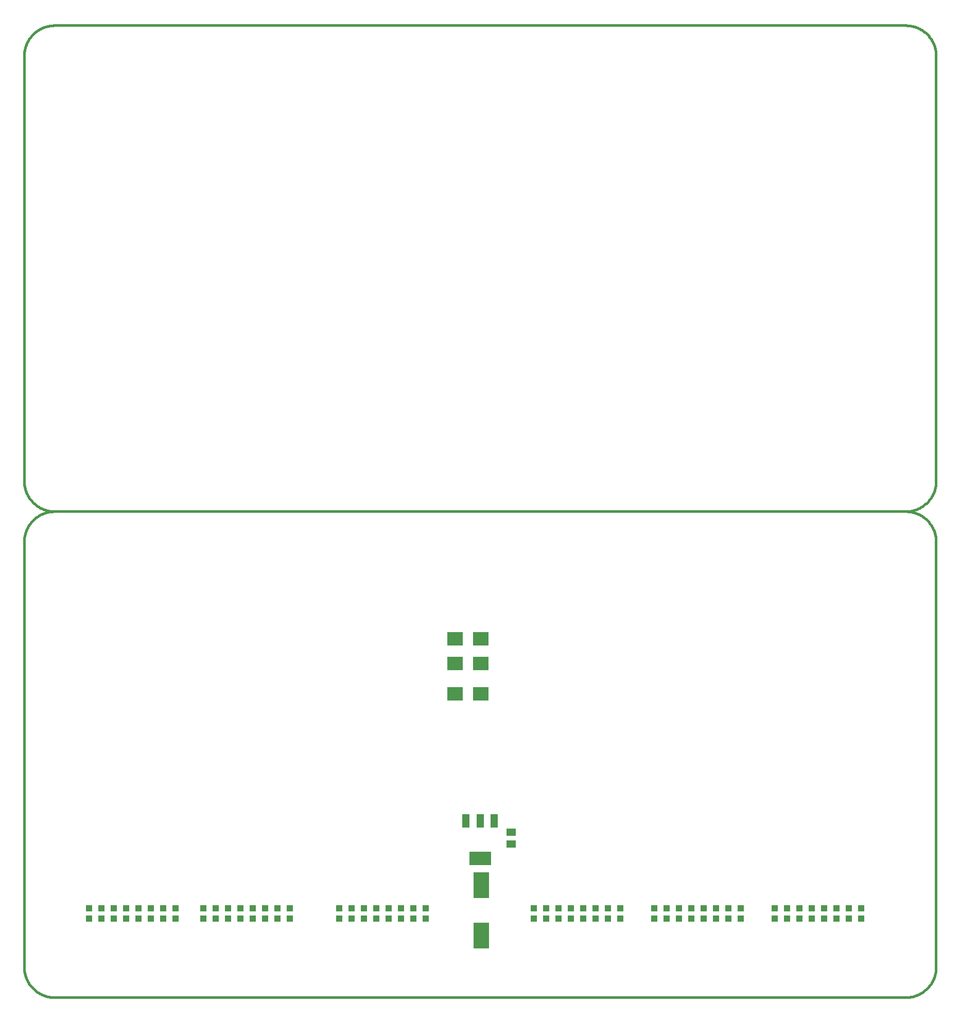
<source format=gbp>
G75*
%MOIN*%
%OFA0B0*%
%FSLAX25Y25*%
%IPPOS*%
%LPD*%
%AMOC8*
5,1,8,0,0,1.08239X$1,22.5*
%
%ADD10C,0.01600*%
%ADD11R,0.09843X0.09055*%
%ADD12R,0.09843X0.16929*%
%ADD13R,0.05906X0.05118*%
%ADD14R,0.04800X0.08800*%
%ADD15R,0.14173X0.08661*%
%ADD16R,0.04331X0.03937*%
D10*
X0001800Y0021485D02*
X0001800Y0297076D01*
X0001806Y0297552D01*
X0001823Y0298027D01*
X0001852Y0298502D01*
X0001892Y0298976D01*
X0001944Y0299449D01*
X0002007Y0299920D01*
X0002081Y0300390D01*
X0002167Y0300858D01*
X0002264Y0301324D01*
X0002372Y0301787D01*
X0002491Y0302247D01*
X0002622Y0302705D01*
X0002763Y0303159D01*
X0002916Y0303610D01*
X0003079Y0304056D01*
X0003253Y0304499D01*
X0003438Y0304937D01*
X0003633Y0305371D01*
X0003839Y0305800D01*
X0004055Y0306224D01*
X0004281Y0306643D01*
X0004517Y0307056D01*
X0004763Y0307463D01*
X0005019Y0307864D01*
X0005285Y0308258D01*
X0005560Y0308647D01*
X0005844Y0309028D01*
X0006137Y0309402D01*
X0006439Y0309770D01*
X0006751Y0310130D01*
X0007070Y0310482D01*
X0007398Y0310826D01*
X0007735Y0311163D01*
X0008079Y0311491D01*
X0008431Y0311810D01*
X0008791Y0312122D01*
X0009159Y0312424D01*
X0009533Y0312717D01*
X0009914Y0313001D01*
X0010303Y0313276D01*
X0010697Y0313542D01*
X0011098Y0313798D01*
X0011505Y0314044D01*
X0011918Y0314280D01*
X0012337Y0314506D01*
X0012761Y0314722D01*
X0013190Y0314928D01*
X0013624Y0315123D01*
X0014062Y0315308D01*
X0014505Y0315482D01*
X0014951Y0315645D01*
X0015402Y0315798D01*
X0015856Y0315939D01*
X0016314Y0316070D01*
X0016774Y0316189D01*
X0017237Y0316297D01*
X0017703Y0316394D01*
X0018171Y0316480D01*
X0018641Y0316554D01*
X0019112Y0316617D01*
X0019585Y0316669D01*
X0020059Y0316709D01*
X0020534Y0316738D01*
X0021009Y0316755D01*
X0021485Y0316761D01*
X0572666Y0316761D01*
X0573142Y0316755D01*
X0573617Y0316738D01*
X0574092Y0316709D01*
X0574566Y0316669D01*
X0575039Y0316617D01*
X0575510Y0316554D01*
X0575980Y0316480D01*
X0576448Y0316394D01*
X0576914Y0316297D01*
X0577377Y0316189D01*
X0577837Y0316070D01*
X0578295Y0315939D01*
X0578749Y0315798D01*
X0579200Y0315645D01*
X0579646Y0315482D01*
X0580089Y0315308D01*
X0580527Y0315123D01*
X0580961Y0314928D01*
X0581390Y0314722D01*
X0581814Y0314506D01*
X0582233Y0314280D01*
X0582646Y0314044D01*
X0583053Y0313798D01*
X0583454Y0313542D01*
X0583848Y0313276D01*
X0584237Y0313001D01*
X0584618Y0312717D01*
X0584992Y0312424D01*
X0585360Y0312122D01*
X0585720Y0311810D01*
X0586072Y0311491D01*
X0586416Y0311163D01*
X0586753Y0310826D01*
X0587081Y0310482D01*
X0587400Y0310130D01*
X0587712Y0309770D01*
X0588014Y0309402D01*
X0588307Y0309028D01*
X0588591Y0308647D01*
X0588866Y0308258D01*
X0589132Y0307864D01*
X0589388Y0307463D01*
X0589634Y0307056D01*
X0589870Y0306643D01*
X0590096Y0306224D01*
X0590312Y0305800D01*
X0590518Y0305371D01*
X0590713Y0304937D01*
X0590898Y0304499D01*
X0591072Y0304056D01*
X0591235Y0303610D01*
X0591388Y0303159D01*
X0591529Y0302705D01*
X0591660Y0302247D01*
X0591779Y0301787D01*
X0591887Y0301324D01*
X0591984Y0300858D01*
X0592070Y0300390D01*
X0592144Y0299920D01*
X0592207Y0299449D01*
X0592259Y0298976D01*
X0592299Y0298502D01*
X0592328Y0298027D01*
X0592345Y0297552D01*
X0592351Y0297076D01*
X0592351Y0021485D01*
X0592345Y0021009D01*
X0592328Y0020534D01*
X0592299Y0020059D01*
X0592259Y0019585D01*
X0592207Y0019112D01*
X0592144Y0018641D01*
X0592070Y0018171D01*
X0591984Y0017703D01*
X0591887Y0017237D01*
X0591779Y0016774D01*
X0591660Y0016314D01*
X0591529Y0015856D01*
X0591388Y0015402D01*
X0591235Y0014951D01*
X0591072Y0014505D01*
X0590898Y0014062D01*
X0590713Y0013624D01*
X0590518Y0013190D01*
X0590312Y0012761D01*
X0590096Y0012337D01*
X0589870Y0011918D01*
X0589634Y0011505D01*
X0589388Y0011098D01*
X0589132Y0010697D01*
X0588866Y0010303D01*
X0588591Y0009914D01*
X0588307Y0009533D01*
X0588014Y0009159D01*
X0587712Y0008791D01*
X0587400Y0008431D01*
X0587081Y0008079D01*
X0586753Y0007735D01*
X0586416Y0007398D01*
X0586072Y0007070D01*
X0585720Y0006751D01*
X0585360Y0006439D01*
X0584992Y0006137D01*
X0584618Y0005844D01*
X0584237Y0005560D01*
X0583848Y0005285D01*
X0583454Y0005019D01*
X0583053Y0004763D01*
X0582646Y0004517D01*
X0582233Y0004281D01*
X0581814Y0004055D01*
X0581390Y0003839D01*
X0580961Y0003633D01*
X0580527Y0003438D01*
X0580089Y0003253D01*
X0579646Y0003079D01*
X0579200Y0002916D01*
X0578749Y0002763D01*
X0578295Y0002622D01*
X0577837Y0002491D01*
X0577377Y0002372D01*
X0576914Y0002264D01*
X0576448Y0002167D01*
X0575980Y0002081D01*
X0575510Y0002007D01*
X0575039Y0001944D01*
X0574566Y0001892D01*
X0574092Y0001852D01*
X0573617Y0001823D01*
X0573142Y0001806D01*
X0572666Y0001800D01*
X0021485Y0001800D01*
X0021009Y0001806D01*
X0020534Y0001823D01*
X0020059Y0001852D01*
X0019585Y0001892D01*
X0019112Y0001944D01*
X0018641Y0002007D01*
X0018171Y0002081D01*
X0017703Y0002167D01*
X0017237Y0002264D01*
X0016774Y0002372D01*
X0016314Y0002491D01*
X0015856Y0002622D01*
X0015402Y0002763D01*
X0014951Y0002916D01*
X0014505Y0003079D01*
X0014062Y0003253D01*
X0013624Y0003438D01*
X0013190Y0003633D01*
X0012761Y0003839D01*
X0012337Y0004055D01*
X0011918Y0004281D01*
X0011505Y0004517D01*
X0011098Y0004763D01*
X0010697Y0005019D01*
X0010303Y0005285D01*
X0009914Y0005560D01*
X0009533Y0005844D01*
X0009159Y0006137D01*
X0008791Y0006439D01*
X0008431Y0006751D01*
X0008079Y0007070D01*
X0007735Y0007398D01*
X0007398Y0007735D01*
X0007070Y0008079D01*
X0006751Y0008431D01*
X0006439Y0008791D01*
X0006137Y0009159D01*
X0005844Y0009533D01*
X0005560Y0009914D01*
X0005285Y0010303D01*
X0005019Y0010697D01*
X0004763Y0011098D01*
X0004517Y0011505D01*
X0004281Y0011918D01*
X0004055Y0012337D01*
X0003839Y0012761D01*
X0003633Y0013190D01*
X0003438Y0013624D01*
X0003253Y0014062D01*
X0003079Y0014505D01*
X0002916Y0014951D01*
X0002763Y0015402D01*
X0002622Y0015856D01*
X0002491Y0016314D01*
X0002372Y0016774D01*
X0002264Y0017237D01*
X0002167Y0017703D01*
X0002081Y0018171D01*
X0002007Y0018641D01*
X0001944Y0019112D01*
X0001892Y0019585D01*
X0001852Y0020059D01*
X0001823Y0020534D01*
X0001806Y0021009D01*
X0001800Y0021485D01*
X0001800Y0336446D02*
X0001800Y0612036D01*
X0001806Y0612512D01*
X0001823Y0612987D01*
X0001852Y0613462D01*
X0001892Y0613936D01*
X0001944Y0614409D01*
X0002007Y0614880D01*
X0002081Y0615350D01*
X0002167Y0615818D01*
X0002264Y0616284D01*
X0002372Y0616747D01*
X0002491Y0617207D01*
X0002622Y0617665D01*
X0002763Y0618119D01*
X0002916Y0618570D01*
X0003079Y0619016D01*
X0003253Y0619459D01*
X0003438Y0619897D01*
X0003633Y0620331D01*
X0003839Y0620760D01*
X0004055Y0621184D01*
X0004281Y0621603D01*
X0004517Y0622016D01*
X0004763Y0622423D01*
X0005019Y0622824D01*
X0005285Y0623218D01*
X0005560Y0623607D01*
X0005844Y0623988D01*
X0006137Y0624362D01*
X0006439Y0624730D01*
X0006751Y0625090D01*
X0007070Y0625442D01*
X0007398Y0625786D01*
X0007735Y0626123D01*
X0008079Y0626451D01*
X0008431Y0626770D01*
X0008791Y0627082D01*
X0009159Y0627384D01*
X0009533Y0627677D01*
X0009914Y0627961D01*
X0010303Y0628236D01*
X0010697Y0628502D01*
X0011098Y0628758D01*
X0011505Y0629004D01*
X0011918Y0629240D01*
X0012337Y0629466D01*
X0012761Y0629682D01*
X0013190Y0629888D01*
X0013624Y0630083D01*
X0014062Y0630268D01*
X0014505Y0630442D01*
X0014951Y0630605D01*
X0015402Y0630758D01*
X0015856Y0630899D01*
X0016314Y0631030D01*
X0016774Y0631149D01*
X0017237Y0631257D01*
X0017703Y0631354D01*
X0018171Y0631440D01*
X0018641Y0631514D01*
X0019112Y0631577D01*
X0019585Y0631629D01*
X0020059Y0631669D01*
X0020534Y0631698D01*
X0021009Y0631715D01*
X0021485Y0631721D01*
X0572666Y0631721D01*
X0573142Y0631715D01*
X0573617Y0631698D01*
X0574092Y0631669D01*
X0574566Y0631629D01*
X0575039Y0631577D01*
X0575510Y0631514D01*
X0575980Y0631440D01*
X0576448Y0631354D01*
X0576914Y0631257D01*
X0577377Y0631149D01*
X0577837Y0631030D01*
X0578295Y0630899D01*
X0578749Y0630758D01*
X0579200Y0630605D01*
X0579646Y0630442D01*
X0580089Y0630268D01*
X0580527Y0630083D01*
X0580961Y0629888D01*
X0581390Y0629682D01*
X0581814Y0629466D01*
X0582233Y0629240D01*
X0582646Y0629004D01*
X0583053Y0628758D01*
X0583454Y0628502D01*
X0583848Y0628236D01*
X0584237Y0627961D01*
X0584618Y0627677D01*
X0584992Y0627384D01*
X0585360Y0627082D01*
X0585720Y0626770D01*
X0586072Y0626451D01*
X0586416Y0626123D01*
X0586753Y0625786D01*
X0587081Y0625442D01*
X0587400Y0625090D01*
X0587712Y0624730D01*
X0588014Y0624362D01*
X0588307Y0623988D01*
X0588591Y0623607D01*
X0588866Y0623218D01*
X0589132Y0622824D01*
X0589388Y0622423D01*
X0589634Y0622016D01*
X0589870Y0621603D01*
X0590096Y0621184D01*
X0590312Y0620760D01*
X0590518Y0620331D01*
X0590713Y0619897D01*
X0590898Y0619459D01*
X0591072Y0619016D01*
X0591235Y0618570D01*
X0591388Y0618119D01*
X0591529Y0617665D01*
X0591660Y0617207D01*
X0591779Y0616747D01*
X0591887Y0616284D01*
X0591984Y0615818D01*
X0592070Y0615350D01*
X0592144Y0614880D01*
X0592207Y0614409D01*
X0592259Y0613936D01*
X0592299Y0613462D01*
X0592328Y0612987D01*
X0592345Y0612512D01*
X0592351Y0612036D01*
X0592351Y0336446D01*
X0592345Y0335970D01*
X0592328Y0335495D01*
X0592299Y0335020D01*
X0592259Y0334546D01*
X0592207Y0334073D01*
X0592144Y0333602D01*
X0592070Y0333132D01*
X0591984Y0332664D01*
X0591887Y0332198D01*
X0591779Y0331735D01*
X0591660Y0331275D01*
X0591529Y0330817D01*
X0591388Y0330363D01*
X0591235Y0329912D01*
X0591072Y0329466D01*
X0590898Y0329023D01*
X0590713Y0328585D01*
X0590518Y0328151D01*
X0590312Y0327722D01*
X0590096Y0327298D01*
X0589870Y0326879D01*
X0589634Y0326466D01*
X0589388Y0326059D01*
X0589132Y0325658D01*
X0588866Y0325264D01*
X0588591Y0324875D01*
X0588307Y0324494D01*
X0588014Y0324120D01*
X0587712Y0323752D01*
X0587400Y0323392D01*
X0587081Y0323040D01*
X0586753Y0322696D01*
X0586416Y0322359D01*
X0586072Y0322031D01*
X0585720Y0321712D01*
X0585360Y0321400D01*
X0584992Y0321098D01*
X0584618Y0320805D01*
X0584237Y0320521D01*
X0583848Y0320246D01*
X0583454Y0319980D01*
X0583053Y0319724D01*
X0582646Y0319478D01*
X0582233Y0319242D01*
X0581814Y0319016D01*
X0581390Y0318800D01*
X0580961Y0318594D01*
X0580527Y0318399D01*
X0580089Y0318214D01*
X0579646Y0318040D01*
X0579200Y0317877D01*
X0578749Y0317724D01*
X0578295Y0317583D01*
X0577837Y0317452D01*
X0577377Y0317333D01*
X0576914Y0317225D01*
X0576448Y0317128D01*
X0575980Y0317042D01*
X0575510Y0316968D01*
X0575039Y0316905D01*
X0574566Y0316853D01*
X0574092Y0316813D01*
X0573617Y0316784D01*
X0573142Y0316767D01*
X0572666Y0316761D01*
X0021485Y0316761D02*
X0021009Y0316767D01*
X0020534Y0316784D01*
X0020059Y0316813D01*
X0019585Y0316853D01*
X0019112Y0316905D01*
X0018641Y0316968D01*
X0018171Y0317042D01*
X0017703Y0317128D01*
X0017237Y0317225D01*
X0016774Y0317333D01*
X0016314Y0317452D01*
X0015856Y0317583D01*
X0015402Y0317724D01*
X0014951Y0317877D01*
X0014505Y0318040D01*
X0014062Y0318214D01*
X0013624Y0318399D01*
X0013190Y0318594D01*
X0012761Y0318800D01*
X0012337Y0319016D01*
X0011918Y0319242D01*
X0011505Y0319478D01*
X0011098Y0319724D01*
X0010697Y0319980D01*
X0010303Y0320246D01*
X0009914Y0320521D01*
X0009533Y0320805D01*
X0009159Y0321098D01*
X0008791Y0321400D01*
X0008431Y0321712D01*
X0008079Y0322031D01*
X0007735Y0322359D01*
X0007398Y0322696D01*
X0007070Y0323040D01*
X0006751Y0323392D01*
X0006439Y0323752D01*
X0006137Y0324120D01*
X0005844Y0324494D01*
X0005560Y0324875D01*
X0005285Y0325264D01*
X0005019Y0325658D01*
X0004763Y0326059D01*
X0004517Y0326466D01*
X0004281Y0326879D01*
X0004055Y0327298D01*
X0003839Y0327722D01*
X0003633Y0328151D01*
X0003438Y0328585D01*
X0003253Y0329023D01*
X0003079Y0329466D01*
X0002916Y0329912D01*
X0002763Y0330363D01*
X0002622Y0330817D01*
X0002491Y0331275D01*
X0002372Y0331735D01*
X0002264Y0332198D01*
X0002167Y0332664D01*
X0002081Y0333132D01*
X0002007Y0333602D01*
X0001944Y0334073D01*
X0001892Y0334546D01*
X0001852Y0335020D01*
X0001823Y0335495D01*
X0001806Y0335970D01*
X0001800Y0336446D01*
D11*
X0280737Y0234083D03*
X0280737Y0218335D03*
X0297666Y0218335D03*
X0297666Y0234083D03*
X0297666Y0198650D03*
X0280737Y0198650D03*
D12*
X0297800Y0074469D03*
X0297800Y0041792D03*
D13*
X0317139Y0101288D03*
X0317139Y0108769D03*
D14*
X0306176Y0116362D03*
X0297076Y0116362D03*
X0287976Y0116362D03*
D15*
X0297076Y0091961D03*
D16*
X0331800Y0059477D03*
X0331800Y0052784D03*
X0339800Y0052784D03*
X0339800Y0059477D03*
X0347800Y0059477D03*
X0347800Y0052784D03*
X0355800Y0052784D03*
X0355800Y0059477D03*
X0363800Y0059477D03*
X0363800Y0052784D03*
X0371800Y0052784D03*
X0371800Y0059477D03*
X0379800Y0059477D03*
X0379800Y0052784D03*
X0387800Y0052784D03*
X0387800Y0059477D03*
X0409800Y0059477D03*
X0409800Y0052784D03*
X0417800Y0052784D03*
X0417800Y0059477D03*
X0425800Y0059477D03*
X0425800Y0052784D03*
X0433800Y0052784D03*
X0433800Y0059477D03*
X0441800Y0059477D03*
X0441800Y0052784D03*
X0449800Y0052784D03*
X0449800Y0059477D03*
X0457800Y0059477D03*
X0457800Y0052784D03*
X0465800Y0052784D03*
X0465800Y0059477D03*
X0487800Y0059477D03*
X0487800Y0052784D03*
X0495800Y0052784D03*
X0495800Y0059477D03*
X0503800Y0059477D03*
X0503800Y0052784D03*
X0511800Y0052784D03*
X0511800Y0059477D03*
X0519800Y0059477D03*
X0519800Y0052784D03*
X0527800Y0052784D03*
X0527800Y0059477D03*
X0535800Y0059477D03*
X0535800Y0052784D03*
X0543800Y0052784D03*
X0543800Y0059477D03*
X0261800Y0059477D03*
X0261800Y0052784D03*
X0253800Y0052784D03*
X0253800Y0059477D03*
X0245800Y0059477D03*
X0245800Y0052784D03*
X0237800Y0052784D03*
X0237800Y0059477D03*
X0229800Y0059477D03*
X0229800Y0052784D03*
X0221800Y0052784D03*
X0221800Y0059477D03*
X0213800Y0059477D03*
X0213800Y0052784D03*
X0205800Y0052784D03*
X0205800Y0059477D03*
X0173800Y0059477D03*
X0173800Y0052784D03*
X0165800Y0052784D03*
X0165800Y0059477D03*
X0157800Y0059477D03*
X0157800Y0052784D03*
X0149800Y0052784D03*
X0149800Y0059477D03*
X0141800Y0059477D03*
X0141800Y0052784D03*
X0133800Y0052784D03*
X0133800Y0059477D03*
X0125800Y0059477D03*
X0125800Y0052784D03*
X0117800Y0052784D03*
X0117800Y0059477D03*
X0099800Y0059477D03*
X0099800Y0052784D03*
X0091800Y0052784D03*
X0091800Y0059477D03*
X0083800Y0059477D03*
X0083800Y0052784D03*
X0075800Y0052784D03*
X0075800Y0059477D03*
X0067800Y0059477D03*
X0067800Y0052784D03*
X0059800Y0052784D03*
X0059800Y0059477D03*
X0051800Y0059477D03*
X0051800Y0052784D03*
X0043800Y0052784D03*
X0043800Y0059477D03*
M02*

</source>
